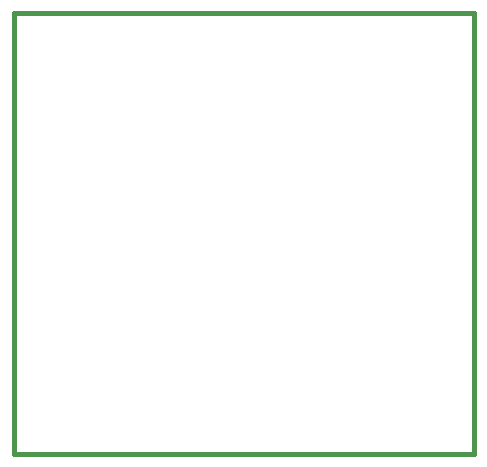
<source format=gko>
G04 Layer_Color=16711935*
%FSLAX44Y44*%
%MOMM*%
G71*
G01*
G75*
%ADD28C,0.3810*%
D28*
X0Y0D02*
Y372745D01*
X389382D01*
Y0D02*
Y372745D01*
X0Y0D02*
X389382D01*
M02*

</source>
